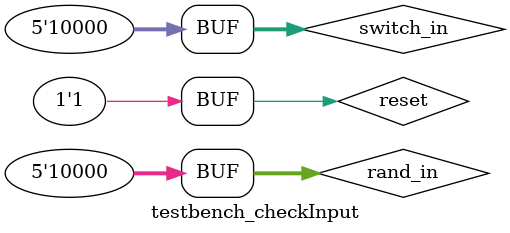
<source format=v>
`timescale 1ns / 1ps


module testbench_checkInput();
    reg  reset;
    reg  [4:0] rand_in, switch_in;
    wire  out;
    
checkInput ci(reset, rand_in, switch_in, out);

initial begin
    rand_in = 5'b00001;
    switch_in = 5'b00001;
    reset = 1'b0;
    #5 rand_in = 5'b11100;
    #5 rand_in = 5'b00010;
    switch_in = 5'b00010;
    #5 rand_in = 5'b00100;
    switch_in = 5'b00100;
    #5 rand_in = 5'b01000;
    switch_in = 5'b01000;
    #5 rand_in = 5'b10000;
    switch_in = 5'b10000;
    #50 reset = 1'b1;
    
end
endmodule

</source>
